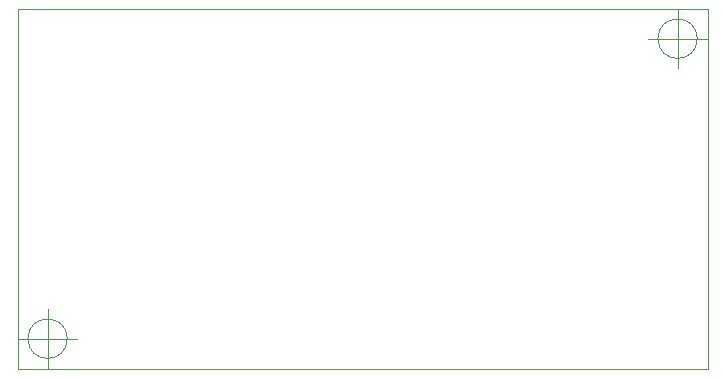
<source format=gbr>
%TF.GenerationSoftware,KiCad,Pcbnew,5.1.6-c6e7f7d~86~ubuntu18.04.1*%
%TF.CreationDate,2020-05-25T18:48:25+02:00*%
%TF.ProjectId,ft232rl_converter_v2,66743233-3272-46c5-9f63-6f6e76657274,1.0*%
%TF.SameCoordinates,PX4d83c00PY525bfc0*%
%TF.FileFunction,Profile,NP*%
%FSLAX46Y46*%
G04 Gerber Fmt 4.6, Leading zero omitted, Abs format (unit mm)*
G04 Created by KiCad (PCBNEW 5.1.6-c6e7f7d~86~ubuntu18.04.1) date 2020-05-25 18:48:25*
%MOMM*%
%LPD*%
G01*
G04 APERTURE LIST*
%TA.AperFunction,Profile*%
%ADD10C,0.050000*%
%TD*%
G04 APERTURE END LIST*
D10*
X57546666Y27940000D02*
G75*
G03*
X57546666Y27940000I-1666666J0D01*
G01*
X53380000Y27940000D02*
X58380000Y27940000D01*
X55880000Y30440000D02*
X55880000Y25440000D01*
X4206666Y2540000D02*
G75*
G03*
X4206666Y2540000I-1666666J0D01*
G01*
X40000Y2540000D02*
X5040000Y2540000D01*
X2540000Y5040000D02*
X2540000Y40000D01*
X0Y30480000D02*
X58420000Y30480000D01*
X0Y0D02*
X0Y30480000D01*
X58420000Y0D02*
X0Y0D01*
X58420000Y30480000D02*
X58420000Y0D01*
M02*

</source>
